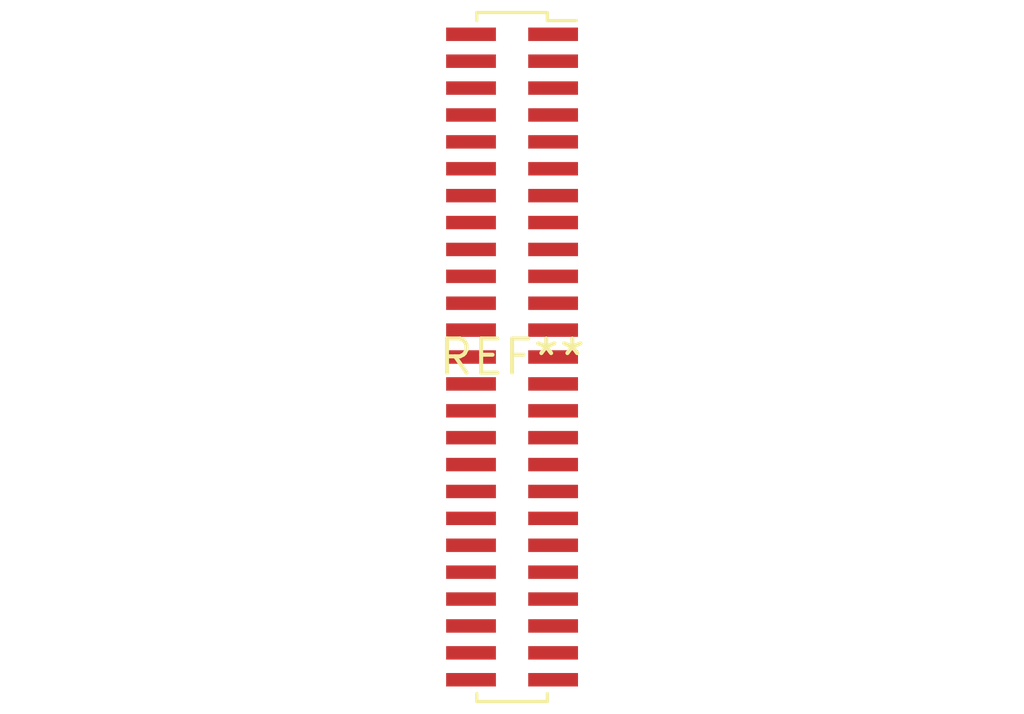
<source format=kicad_pcb>
(kicad_pcb (version 20240108) (generator pcbnew)
  (layers (0 "F.Cu" signal) (31 "B.Cu" signal) (34 "B.Paste" user) (35 "F.Paste" user) (36 "B.SilkS" user "B.Silkscreen") (37 "F.SilkS" user "F.Silkscreen") (38 "B.Mask" user) (39 "F.Mask" user) (44 "Edge.Cuts" user))
  (net 0 "")
  (footprint "PinSocket_2x25_P1.00mm_Vertical_SMD" (layer "F.Cu") (at 0 0)
    (property "Reference" "REF**")
    (property "Value" "PinSocket_2x25_P1.00mm_Vertical_SMD")
    (fp_line (start -1.31 -12.81) (end -1.31 -12.51) (layer "F.SilkS") (stroke (width 0.12)))
    (fp_line (start -1.31 -12.81) (end 1.31 -12.81) (layer "F.SilkS") (stroke (width 0.12)))
    (fp_line (start -1.31 12.51) (end -1.31 12.81) (layer "F.SilkS") (stroke (width 0.12)))
    (fp_line (start -1.31 12.81) (end 1.31 12.81) (layer "F.SilkS") (stroke (width 0.12)))
    (fp_line (start 1.31 -12.81) (end 1.31 -12.51) (layer "F.SilkS") (stroke (width 0.12)))
    (fp_line (start 1.31 -12.51) (end 2.39 -12.51) (layer "F.SilkS") (stroke (width 0.12)))
    (fp_line (start 1.31 12.51) (end 1.31 12.81) (layer "F.SilkS") (stroke (width 0.12)))
    (pad "1" smd rect (at 1.525 -12) (size 1.85 0.5) (layers "F.Cu" "F.Paste" "F.Mask"))
    (pad "2" smd rect (at -1.525 -12) (size 1.85 0.5) (layers "F.Cu" "F.Paste" "F.Mask"))
    (pad "3" smd rect (at 1.525 -11) (size 1.85 0.5) (layers "F.Cu" "F.Paste" "F.Mask"))
    (pad "4" smd rect (at -1.525 -11) (size 1.85 0.5) (layers "F.Cu" "F.Paste" "F.Mask"))
    (pad "5" smd rect (at 1.525 -10) (size 1.85 0.5) (layers "F.Cu" "F.Paste" "F.Mask"))
    (pad "6" smd rect (at -1.525 -10) (size 1.85 0.5) (layers "F.Cu" "F.Paste" "F.Mask"))
    (pad "7" smd rect (at 1.525 -9) (size 1.85 0.5) (layers "F.Cu" "F.Paste" "F.Mask"))
    (pad "8" smd rect (at -1.525 -9) (size 1.85 0.5) (layers "F.Cu" "F.Paste" "F.Mask"))
    (pad "9" smd rect (at 1.525 -8) (size 1.85 0.5) (layers "F.Cu" "F.Paste" "F.Mask"))
    (pad "10" smd rect (at -1.525 -8) (size 1.85 0.5) (layers "F.Cu" "F.Paste" "F.Mask"))
    (pad "11" smd rect (at 1.525 -7) (size 1.85 0.5) (layers "F.Cu" "F.Paste" "F.Mask"))
    (pad "12" smd rect (at -1.525 -7) (size 1.85 0.5) (layers "F.Cu" "F.Paste" "F.Mask"))
    (pad "13" smd rect (at 1.525 -6) (size 1.85 0.5) (layers "F.Cu" "F.Paste" "F.Mask"))
    (pad "14" smd rect (at -1.525 -6) (size 1.85 0.5) (layers "F.Cu" "F.Paste" "F.Mask"))
    (pad "15" smd rect (at 1.525 -5) (size 1.85 0.5) (layers "F.Cu" "F.Paste" "F.Mask"))
    (pad "16" smd rect (at -1.525 -5) (size 1.85 0.5) (layers "F.Cu" "F.Paste" "F.Mask"))
    (pad "17" smd rect (at 1.525 -4) (size 1.85 0.5) (layers "F.Cu" "F.Paste" "F.Mask"))
    (pad "18" smd rect (at -1.525 -4) (size 1.85 0.5) (layers "F.Cu" "F.Paste" "F.Mask"))
    (pad "19" smd rect (at 1.525 -3) (size 1.85 0.5) (layers "F.Cu" "F.Paste" "F.Mask"))
    (pad "20" smd rect (at -1.525 -3) (size 1.85 0.5) (layers "F.Cu" "F.Paste" "F.Mask"))
    (pad "21" smd rect (at 1.525 -2) (size 1.85 0.5) (layers "F.Cu" "F.Paste" "F.Mask"))
    (pad "22" smd rect (at -1.525 -2) (size 1.85 0.5) (layers "F.Cu" "F.Paste" "F.Mask"))
    (pad "23" smd rect (at 1.525 -1) (size 1.85 0.5) (layers "F.Cu" "F.Paste" "F.Mask"))
    (pad "24" smd rect (at -1.525 -1) (size 1.85 0.5) (layers "F.Cu" "F.Paste" "F.Mask"))
    (pad "25" smd rect (at 1.525 0) (size 1.85 0.5) (layers "F.Cu" "F.Paste" "F.Mask"))
    (pad "26" smd rect (at -1.525 0) (size 1.85 0.5) (layers "F.Cu" "F.Paste" "F.Mask"))
    (pad "27" smd rect (at 1.525 1) (size 1.85 0.5) (layers "F.Cu" "F.Paste" "F.Mask"))
    (pad "28" smd rect (at -1.525 1) (size 1.85 0.5) (layers "F.Cu" "F.Paste" "F.Mask"))
    (pad "29" smd rect (at 1.525 2) (size 1.85 0.5) (layers "F.Cu" "F.Paste" "F.Mask"))
    (pad "30" smd rect (at -1.525 2) (size 1.85 0.5) (layers "F.Cu" "F.Paste" "F.Mask"))
    (pad "31" smd rect (at 1.525 3) (size 1.85 0.5) (layers "F.Cu" "F.Paste" "F.Mask"))
    (pad "32" smd rect (at -1.525 3) (size 1.85 0.5) (layers "F.Cu" "F.Paste" "F.Mask"))
    (pad "33" smd rect (at 1.525 4) (size 1.85 0.5) (layers "F.Cu" "F.Paste" "F.Mask"))
    (pad "34" smd rect (at -1.525 4) (size 1.85 0.5) (layers "F.Cu" "F.Paste" "F.Mask"))
    (pad "35" smd rect (at 1.525 5) (size 1.85 0.5) (layers "F.Cu" "F.Paste" "F.Mask"))
    (pad "36" smd rect (at -1.525 5) (size 1.85 0.5) (layers "F.Cu" "F.Paste" "F.Mask"))
    (pad "37" smd rect (at 1.525 6) (size 1.85 0.5) (layers "F.Cu" "F.Paste" "F.Mask"))
    (pad "38" smd rect (at -1.525 6) (size 1.85 0.5) (layers "F.Cu" "F.Paste" "F.Mask"))
    (pad "39" smd rect (at 1.525 7) (size 1.85 0.5) (layers "F.Cu" "F.Paste" "F.Mask"))
    (pad "40" smd rect (at -1.525 7) (size 1.85 0.5) (layers "F.Cu" "F.Paste" "F.Mask"))
    (pad "41" smd rect (at 1.525 8) (size 1.85 0.5) (layers "F.Cu" "F.Paste" "F.Mask"))
    (pad "42" smd rect (at -1.525 8) (size 1.85 0.5) (layers "F.Cu" "F.Paste" "F.Mask"))
    (pad "43" smd rect (at 1.525 9) (size 1.85 0.5) (layers "F.Cu" "F.Paste" "F.Mask"))
    (pad "44" smd rect (at -1.525 9) (size 1.85 0.5) (layers "F.Cu" "F.Paste" "F.Mask"))
    (pad "45" smd rect (at 1.525 10) (size 1.85 0.5) (layers "F.Cu" "F.Paste" "F.Mask"))
    (pad "46" smd rect (at -1.525 10) (size 1.85 0.5) (layers "F.Cu" "F.Paste" "F.Mask"))
    (pad "47" smd rect (at 1.525 11) (size 1.85 0.5) (layers "F.Cu" "F.Paste" "F.Mask"))
    (pad "48" smd rect (at -1.525 11) (size 1.85 0.5) (layers "F.Cu" "F.Paste" "F.Mask"))
    (pad "49" smd rect (at 1.525 12) (size 1.85 0.5) (layers "F.Cu" "F.Paste" "F.Mask"))
    (pad "50" smd rect (at -1.525 12) (size 1.85 0.5) (layers "F.Cu" "F.Paste" "F.Mask"))
  )
)
</source>
